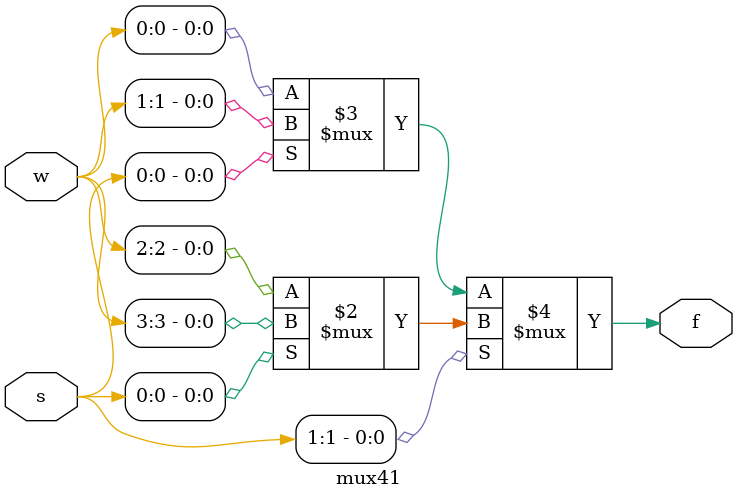
<source format=v>
module Q2(w,s,f);
input [15:0] w;
input [3:0] s;
wire [3:0] F;
output f;

mux41 stage1(w[3:0],s[1:0],F[0]);
mux41 stage2(w[7:4],s[1:0],F[1]);
mux41 stage3(w[11:8],s[1:0],F[2]);
mux41 stage4(w[15:12],s[1:0],F[3]);
mux41 stage5(F[3:0],s[3:2],f);
endmodule

module mux41(w,s,f);
input [3:0] w;
input [1:0] s;
output reg f;
always @(w or s)
begin
	f = s[1] ? (s[0] ? w[3] : w[2]) : (s[0] ? w[1] : w[0]);
end
endmodule
</source>
